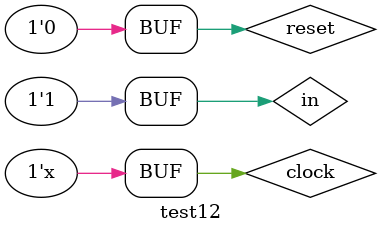
<source format=v>
module test12; 

reg clock, reset, in;
wire out;

  my_fsm U0 ( 
  .clock (clock),
  .reset (reset),
  .in    (in),
  .out  (out) 
  ); 
   
 
initial begin
  clock = 1;
  reset = 1;
  in = 0;
  $display("Starting simulation...");
  #2;
  reset = 0;
  #2;
  if (out !== 1'b0) $display("Failed 1"); 
  
  in = 1;
  #2;
  if (out !== 1'b0) $display("Failed 2");
  
  in = 0;  
  #2;
  if (out !== 1'b0) $display("Failed 3");
  
  in = 1;
  #2;
  if (out !== 1'b0) $display("Failed 4"); 
  
  in = 1;
  #2;
  if (out !== 1'b1) $display("Failed 5"); 
  
  #2; 
  if (out !== 1'b1) $display("Failed 6");  
  $display("Done...");
end 
  

always begin
   #1 clock = !clock;
end
   
endmodule
</source>
